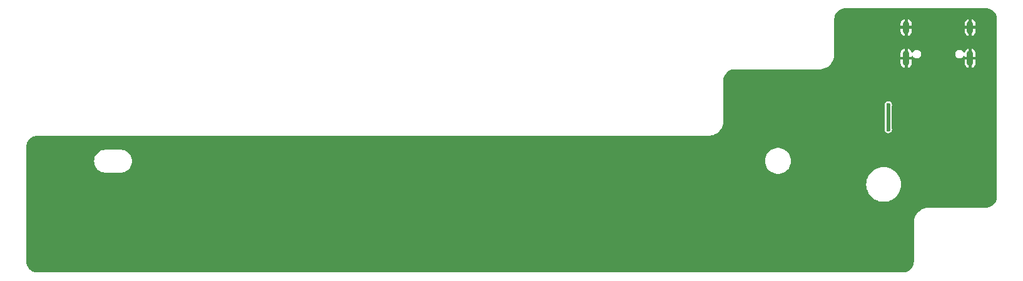
<source format=gbr>
%TF.GenerationSoftware,KiCad,Pcbnew,8.0.2*%
%TF.CreationDate,2024-11-08T17:25:48-08:00*%
%TF.ProjectId,gh80-5000-daughterboard,67683830-2d35-4303-9030-2d6461756768,rev?*%
%TF.SameCoordinates,Original*%
%TF.FileFunction,Copper,L2,Bot*%
%TF.FilePolarity,Positive*%
%FSLAX46Y46*%
G04 Gerber Fmt 4.6, Leading zero omitted, Abs format (unit mm)*
G04 Created by KiCad (PCBNEW 8.0.2) date 2024-11-08 17:25:48*
%MOMM*%
%LPD*%
G01*
G04 APERTURE LIST*
%TA.AperFunction,ComponentPad*%
%ADD10O,0.900000X2.100000*%
%TD*%
%TA.AperFunction,ComponentPad*%
%ADD11O,0.900000X1.800000*%
%TD*%
%TA.AperFunction,ViaPad*%
%ADD12C,0.600000*%
%TD*%
%TA.AperFunction,Conductor*%
%ADD13C,0.500000*%
%TD*%
G04 APERTURE END LIST*
D10*
%TO.P,J3,S1,SHIELD*%
%TO.N,GND*%
X195069900Y-51682600D03*
D11*
X195069900Y-47502800D03*
D10*
X186430100Y-51682600D03*
D11*
X186430100Y-47502800D03*
%TD*%
D12*
%TO.N,GND*%
X195050000Y-53250000D03*
X167200000Y-71600000D03*
X183137549Y-61356217D03*
X184815617Y-59659400D03*
X188900000Y-55000000D03*
X161500000Y-67300000D03*
X191300000Y-55000000D03*
X189200000Y-59000000D03*
X191100000Y-59000000D03*
X185300000Y-51700000D03*
X184824992Y-61374966D03*
X183193797Y-59640650D03*
X161500000Y-73000000D03*
%TO.N,+5V*%
X184000000Y-58000000D03*
X184000000Y-61300000D03*
%TD*%
D13*
%TO.N,+5V*%
X184000000Y-61300000D02*
X184000000Y-58000000D01*
%TD*%
%TA.AperFunction,Conductor*%
%TO.N,GND*%
G36*
X197133985Y-44900539D02*
G01*
X197196331Y-44900538D01*
X197203416Y-44900791D01*
X197406964Y-44915398D01*
X197420985Y-44917421D01*
X197616889Y-44960189D01*
X197630480Y-44964194D01*
X197812315Y-45032272D01*
X197818266Y-45034500D01*
X197831150Y-45040407D01*
X198006968Y-45136811D01*
X198018862Y-45144487D01*
X198179121Y-45265019D01*
X198189806Y-45274324D01*
X198331204Y-45416501D01*
X198340452Y-45427240D01*
X198460091Y-45588148D01*
X198467710Y-45600094D01*
X198563143Y-45776439D01*
X198568980Y-45789356D01*
X198638252Y-45977525D01*
X198642184Y-45991144D01*
X198683871Y-46187271D01*
X198685818Y-46201312D01*
X198699276Y-46404513D01*
X198699490Y-46411601D01*
X198699126Y-46477459D01*
X198699500Y-46483402D01*
X198699500Y-70396460D01*
X198699248Y-70403523D01*
X198684742Y-70606339D01*
X198682732Y-70620320D01*
X198640263Y-70815546D01*
X198636283Y-70829099D01*
X198566465Y-71016286D01*
X198560597Y-71029135D01*
X198464848Y-71204484D01*
X198457211Y-71216367D01*
X198337483Y-71376303D01*
X198328233Y-71386978D01*
X198186961Y-71528247D01*
X198176286Y-71537497D01*
X198016348Y-71657223D01*
X198004465Y-71664860D01*
X197829109Y-71760609D01*
X197816260Y-71766476D01*
X197629078Y-71836289D01*
X197615525Y-71840269D01*
X197420298Y-71882735D01*
X197406316Y-71884745D01*
X197203064Y-71899278D01*
X197196003Y-71899530D01*
X197128023Y-71899530D01*
X197128007Y-71899531D01*
X197127612Y-71899531D01*
X197127505Y-71899538D01*
X189485955Y-71899538D01*
X189476070Y-71899509D01*
X189344698Y-71899128D01*
X189084100Y-71932698D01*
X188830148Y-72000057D01*
X188830142Y-72000059D01*
X188587172Y-72100053D01*
X188359358Y-72230967D01*
X188150627Y-72390547D01*
X188150626Y-72390548D01*
X187964559Y-72576051D01*
X187804345Y-72784300D01*
X187804341Y-72784306D01*
X187672747Y-73011702D01*
X187672739Y-73011717D01*
X187572010Y-73254378D01*
X187572008Y-73254385D01*
X187503879Y-73508132D01*
X187503878Y-73508139D01*
X187469516Y-73768632D01*
X187469508Y-73827979D01*
X187469500Y-73828123D01*
X187469500Y-79156460D01*
X187469248Y-79163523D01*
X187454742Y-79366339D01*
X187452732Y-79380320D01*
X187410263Y-79575546D01*
X187406283Y-79589099D01*
X187336465Y-79776286D01*
X187330597Y-79789135D01*
X187234848Y-79964484D01*
X187227211Y-79976367D01*
X187107483Y-80136303D01*
X187098233Y-80146978D01*
X186956961Y-80288247D01*
X186946286Y-80297497D01*
X186786348Y-80417223D01*
X186774465Y-80424860D01*
X186599109Y-80520609D01*
X186586260Y-80526476D01*
X186399078Y-80596289D01*
X186385525Y-80600269D01*
X186190298Y-80642735D01*
X186176316Y-80644745D01*
X185973064Y-80659278D01*
X185966003Y-80659530D01*
X185898023Y-80659530D01*
X185898007Y-80659531D01*
X185897612Y-80659531D01*
X185897505Y-80659538D01*
X68853518Y-80659538D01*
X68846454Y-80659286D01*
X68643632Y-80644776D01*
X68629651Y-80642765D01*
X68465285Y-80607008D01*
X68434438Y-80600297D01*
X68420890Y-80596320D01*
X68327289Y-80561408D01*
X68233692Y-80526497D01*
X68220844Y-80520629D01*
X68045498Y-80424881D01*
X68033616Y-80417245D01*
X68004129Y-80395171D01*
X67873671Y-80297511D01*
X67863018Y-80288281D01*
X67721726Y-80146990D01*
X67712484Y-80136323D01*
X67592759Y-79976391D01*
X67585122Y-79964508D01*
X67489371Y-79789157D01*
X67483503Y-79776309D01*
X67413678Y-79589108D01*
X67409704Y-79575572D01*
X67367234Y-79380351D01*
X67365224Y-79366372D01*
X67350752Y-79164080D01*
X67350500Y-79157016D01*
X67350500Y-68750037D01*
X181024457Y-68750037D01*
X181024457Y-68750038D01*
X181044608Y-69057495D01*
X181104721Y-69359703D01*
X181203764Y-69651471D01*
X181340040Y-69927811D01*
X181340044Y-69927817D01*
X181511214Y-70183991D01*
X181511217Y-70183995D01*
X181511222Y-70184002D01*
X181714380Y-70415658D01*
X181946036Y-70618816D01*
X181946043Y-70618821D01*
X181946046Y-70618823D01*
X182202220Y-70789993D01*
X182202226Y-70789997D01*
X182478566Y-70926273D01*
X182478568Y-70926273D01*
X182478573Y-70926276D01*
X182660576Y-70988057D01*
X182770334Y-71025316D01*
X182770336Y-71025316D01*
X182770341Y-71025318D01*
X183072540Y-71085429D01*
X183380000Y-71105581D01*
X183687460Y-71085429D01*
X183989659Y-71025318D01*
X184281427Y-70926276D01*
X184557772Y-70789998D01*
X184813964Y-70618816D01*
X185045620Y-70415658D01*
X185248778Y-70184002D01*
X185419960Y-69927810D01*
X185556238Y-69651465D01*
X185655280Y-69359697D01*
X185715391Y-69057498D01*
X185735543Y-68750038D01*
X185715391Y-68442578D01*
X185655280Y-68140379D01*
X185556238Y-67848611D01*
X185419960Y-67572267D01*
X185248778Y-67316074D01*
X185045620Y-67084418D01*
X184813964Y-66881260D01*
X184813957Y-66881255D01*
X184813953Y-66881252D01*
X184557779Y-66710082D01*
X184557773Y-66710078D01*
X184281433Y-66573802D01*
X183989665Y-66474759D01*
X183687457Y-66414646D01*
X183380000Y-66394495D01*
X183072542Y-66414646D01*
X182770334Y-66474759D01*
X182478566Y-66573802D01*
X182202229Y-66710077D01*
X181946036Y-66881259D01*
X181946035Y-66881261D01*
X181714382Y-67084416D01*
X181714378Y-67084420D01*
X181656414Y-67150515D01*
X181550371Y-67271434D01*
X181511223Y-67316073D01*
X181511221Y-67316074D01*
X181340039Y-67572267D01*
X181203764Y-67848604D01*
X181104721Y-68140372D01*
X181044608Y-68442580D01*
X181024457Y-68750037D01*
X67350500Y-68750037D01*
X67350500Y-65590704D01*
X76545142Y-65590704D01*
X76561249Y-65823419D01*
X76611991Y-66051113D01*
X76696219Y-66268632D01*
X76696224Y-66268642D01*
X76779743Y-66414646D01*
X76812053Y-66471127D01*
X76812057Y-66471134D01*
X76956866Y-66654000D01*
X76956869Y-66654003D01*
X77127411Y-66813154D01*
X77127414Y-66813156D01*
X77319850Y-66945004D01*
X77319853Y-66945005D01*
X77319854Y-66945006D01*
X77529838Y-67046577D01*
X77529847Y-67046581D01*
X77594588Y-67066633D01*
X77752673Y-67115597D01*
X77956644Y-67146465D01*
X77983311Y-67150501D01*
X77983317Y-67150502D01*
X77987061Y-67150503D01*
X78027254Y-67150515D01*
X78027595Y-67150538D01*
X78099954Y-67150538D01*
X78165846Y-67150540D01*
X78165849Y-67150538D01*
X78172728Y-67150539D01*
X78172757Y-67150538D01*
X80191817Y-67150538D01*
X80192932Y-67150464D01*
X80236147Y-67150466D01*
X80465939Y-67115836D01*
X80688003Y-67047345D01*
X80897378Y-66946520D01*
X81089388Y-66815616D01*
X81259742Y-66657555D01*
X81404634Y-66475870D01*
X81520830Y-66274619D01*
X81605732Y-66058297D01*
X81657443Y-65831737D01*
X81674810Y-65600000D01*
X81671815Y-65560035D01*
X167324592Y-65560035D01*
X167324592Y-65560040D01*
X167344197Y-65821663D01*
X167344198Y-65821669D01*
X167402580Y-66077457D01*
X167498429Y-66321674D01*
X167498438Y-66321693D01*
X167629610Y-66548889D01*
X167629620Y-66548903D01*
X167793185Y-66754008D01*
X167793196Y-66754020D01*
X167985514Y-66932465D01*
X167985516Y-66932466D01*
X167985521Y-66932471D01*
X168202296Y-67080266D01*
X168275662Y-67115597D01*
X168438674Y-67194100D01*
X168438676Y-67194100D01*
X168438677Y-67194101D01*
X168689385Y-67271434D01*
X168948818Y-67310538D01*
X168948823Y-67310538D01*
X169211177Y-67310538D01*
X169211182Y-67310538D01*
X169470615Y-67271434D01*
X169721323Y-67194101D01*
X169957704Y-67080266D01*
X170174479Y-66932471D01*
X170366805Y-66754019D01*
X170530386Y-66548895D01*
X170661568Y-66321681D01*
X170753858Y-66086530D01*
X170757419Y-66077457D01*
X170795153Y-65912135D01*
X170815802Y-65821668D01*
X170832413Y-65600000D01*
X170835408Y-65560040D01*
X170835408Y-65560035D01*
X170815802Y-65298412D01*
X170815802Y-65298408D01*
X170757420Y-65042622D01*
X170757419Y-65042621D01*
X170757419Y-65042618D01*
X170673709Y-64829330D01*
X170661568Y-64798395D01*
X170661563Y-64798386D01*
X170661561Y-64798382D01*
X170530389Y-64571186D01*
X170530388Y-64571185D01*
X170530386Y-64571181D01*
X170499469Y-64532412D01*
X170366814Y-64366067D01*
X170366803Y-64366055D01*
X170174485Y-64187610D01*
X170174482Y-64187608D01*
X170174479Y-64187605D01*
X169957704Y-64039810D01*
X169957696Y-64039806D01*
X169721325Y-63925975D01*
X169470619Y-63848643D01*
X169470616Y-63848642D01*
X169470615Y-63848642D01*
X169470610Y-63848641D01*
X169470609Y-63848641D01*
X169211185Y-63809538D01*
X169211182Y-63809538D01*
X168948818Y-63809538D01*
X168948814Y-63809538D01*
X168689390Y-63848641D01*
X168689380Y-63848643D01*
X168438674Y-63925975D01*
X168202303Y-64039806D01*
X168202299Y-64039808D01*
X168202296Y-64039810D01*
X167985521Y-64187605D01*
X167985514Y-64187610D01*
X167793196Y-64366055D01*
X167793185Y-64366067D01*
X167629620Y-64571172D01*
X167629610Y-64571186D01*
X167498438Y-64798382D01*
X167498429Y-64798401D01*
X167402580Y-65042618D01*
X167344198Y-65298406D01*
X167344197Y-65298412D01*
X167324592Y-65560035D01*
X81671815Y-65560035D01*
X81657443Y-65368263D01*
X81605732Y-65141703D01*
X81520830Y-64925381D01*
X81404634Y-64724130D01*
X81259742Y-64542445D01*
X81089388Y-64384384D01*
X80897378Y-64253480D01*
X80688003Y-64152655D01*
X80688001Y-64152654D01*
X80619035Y-64131383D01*
X80465939Y-64084164D01*
X80465933Y-64084163D01*
X80236147Y-64049534D01*
X80119954Y-64049538D01*
X78116117Y-64049538D01*
X78114964Y-64049531D01*
X78001857Y-64048213D01*
X77770812Y-64080359D01*
X77770810Y-64080359D01*
X77547171Y-64146710D01*
X77547166Y-64146712D01*
X77335984Y-64245765D01*
X77335975Y-64245770D01*
X77141986Y-64375304D01*
X77141977Y-64375311D01*
X76969545Y-64532412D01*
X76822560Y-64713536D01*
X76822553Y-64713546D01*
X76704314Y-64914629D01*
X76617488Y-65131138D01*
X76564029Y-65358205D01*
X76545142Y-65590704D01*
X67350500Y-65590704D01*
X67350500Y-63663543D01*
X67350753Y-63656468D01*
X67365310Y-63453290D01*
X67367328Y-63439284D01*
X67409948Y-63243729D01*
X67413935Y-63230174D01*
X67484006Y-63042669D01*
X67489882Y-63029829D01*
X67585972Y-62854227D01*
X67593618Y-62842357D01*
X67713759Y-62682252D01*
X67723024Y-62671587D01*
X67864758Y-62530251D01*
X67875453Y-62521012D01*
X68035889Y-62401327D01*
X68047801Y-62393703D01*
X68223644Y-62298124D01*
X68236520Y-62292274D01*
X68424211Y-62222733D01*
X68437787Y-62218781D01*
X68633473Y-62176710D01*
X68647459Y-62174735D01*
X68850275Y-62160777D01*
X68857308Y-62160544D01*
X68920109Y-62160722D01*
X68920113Y-62160720D01*
X68924819Y-62160734D01*
X68927890Y-62160538D01*
X159772073Y-62160538D01*
X159772634Y-62160501D01*
X159831080Y-62160502D01*
X160091080Y-62126278D01*
X160344388Y-62058408D01*
X160586671Y-61958056D01*
X160813781Y-61826938D01*
X161002486Y-61682143D01*
X161021832Y-61667299D01*
X161207262Y-61481873D01*
X161207262Y-61481872D01*
X161207270Y-61481865D01*
X161366915Y-61273816D01*
X161498038Y-61046708D01*
X161598395Y-60804427D01*
X161666269Y-60551121D01*
X161700499Y-60291121D01*
X161700499Y-60245586D01*
X161700500Y-60245581D01*
X161700500Y-57999997D01*
X183494353Y-57999997D01*
X183494353Y-58000002D01*
X183514833Y-58142454D01*
X183528286Y-58171911D01*
X183540553Y-58198771D01*
X183549500Y-58239897D01*
X183549500Y-61060102D01*
X183540553Y-61101229D01*
X183514834Y-61157543D01*
X183494353Y-61299997D01*
X183494353Y-61300002D01*
X183514834Y-61442456D01*
X183547429Y-61513828D01*
X183574623Y-61573373D01*
X183656008Y-61667297D01*
X183668873Y-61682144D01*
X183674167Y-61685546D01*
X183789947Y-61759953D01*
X183896403Y-61791211D01*
X183928035Y-61800499D01*
X183928036Y-61800499D01*
X183928039Y-61800500D01*
X183928041Y-61800500D01*
X184071959Y-61800500D01*
X184071961Y-61800500D01*
X184210053Y-61759953D01*
X184331128Y-61682143D01*
X184425377Y-61573373D01*
X184485165Y-61442457D01*
X184505647Y-61300000D01*
X184501882Y-61273816D01*
X184485165Y-61157543D01*
X184459447Y-61101229D01*
X184450500Y-61060102D01*
X184450500Y-58239897D01*
X184459446Y-58198771D01*
X184485165Y-58142457D01*
X184485165Y-58142455D01*
X184485166Y-58142454D01*
X184505647Y-58000002D01*
X184505647Y-57999997D01*
X184485165Y-57857543D01*
X184425377Y-57726628D01*
X184425377Y-57726627D01*
X184331128Y-57617857D01*
X184331127Y-57617856D01*
X184331126Y-57617855D01*
X184210057Y-57540049D01*
X184210054Y-57540047D01*
X184210053Y-57540047D01*
X184210050Y-57540046D01*
X184071964Y-57499500D01*
X184071961Y-57499500D01*
X183928039Y-57499500D01*
X183928035Y-57499500D01*
X183789949Y-57540046D01*
X183789942Y-57540049D01*
X183668873Y-57617855D01*
X183574622Y-57726628D01*
X183514834Y-57857543D01*
X183494353Y-57999997D01*
X161700500Y-57999997D01*
X161700500Y-54663534D01*
X161700751Y-54656484D01*
X161715205Y-54454019D01*
X161717204Y-54440089D01*
X161759524Y-54245182D01*
X161763489Y-54231658D01*
X161771828Y-54209257D01*
X161833061Y-54044757D01*
X161838899Y-54031948D01*
X161934322Y-53856817D01*
X161941930Y-53844953D01*
X162061261Y-53685157D01*
X162070470Y-53674502D01*
X162211296Y-53533276D01*
X162221918Y-53524042D01*
X162381384Y-53404248D01*
X162393221Y-53396611D01*
X162568077Y-53300692D01*
X162580873Y-53294816D01*
X162767578Y-53224712D01*
X162781092Y-53220708D01*
X162975869Y-53177836D01*
X162989813Y-53175795D01*
X163191642Y-53160810D01*
X163198972Y-53160538D01*
X174772073Y-53160538D01*
X174772634Y-53160501D01*
X174831080Y-53160502D01*
X175091080Y-53126278D01*
X175344388Y-53058408D01*
X175586671Y-52958056D01*
X175813781Y-52826938D01*
X175925008Y-52741592D01*
X176021832Y-52667299D01*
X176207262Y-52481873D01*
X176207262Y-52481872D01*
X176207270Y-52481865D01*
X176366915Y-52273816D01*
X176498038Y-52046708D01*
X176598395Y-51804427D01*
X176666269Y-51551121D01*
X176700499Y-51291121D01*
X176700499Y-51245586D01*
X176700500Y-51245581D01*
X176700500Y-51008728D01*
X185680100Y-51008728D01*
X185680100Y-51482599D01*
X185680101Y-51482600D01*
X186130100Y-51482600D01*
X186130100Y-51882600D01*
X185680101Y-51882600D01*
X185680100Y-51882601D01*
X185680100Y-52356471D01*
X185708921Y-52501364D01*
X185708923Y-52501370D01*
X185765458Y-52637857D01*
X185847534Y-52760693D01*
X185952006Y-52865165D01*
X186074842Y-52947241D01*
X186211331Y-53003777D01*
X186230100Y-53007509D01*
X186230100Y-52456865D01*
X186245895Y-52472660D01*
X186314304Y-52512156D01*
X186390604Y-52532600D01*
X186469596Y-52532600D01*
X186545896Y-52512156D01*
X186614305Y-52472660D01*
X186630100Y-52456865D01*
X186630100Y-53007509D01*
X186648868Y-53003777D01*
X186785357Y-52947241D01*
X186908193Y-52865165D01*
X187012665Y-52760693D01*
X187094741Y-52637857D01*
X187151276Y-52501370D01*
X187151278Y-52501364D01*
X187180099Y-52356471D01*
X187180100Y-52356467D01*
X187180100Y-51882601D01*
X187180099Y-51882600D01*
X186730100Y-51882600D01*
X186730100Y-51482600D01*
X187180099Y-51482600D01*
X187180100Y-51482599D01*
X187180100Y-51465479D01*
X187199007Y-51407288D01*
X187248507Y-51371324D01*
X187309693Y-51371324D01*
X187359193Y-51407288D01*
X187364832Y-51415971D01*
X187399585Y-51476165D01*
X187506735Y-51583315D01*
X187506737Y-51583316D01*
X187506739Y-51583318D01*
X187637961Y-51659079D01*
X187637959Y-51659079D01*
X187637963Y-51659080D01*
X187637965Y-51659081D01*
X187784334Y-51698300D01*
X187784336Y-51698300D01*
X187935864Y-51698300D01*
X187935866Y-51698300D01*
X188082235Y-51659081D01*
X188082237Y-51659079D01*
X188082239Y-51659079D01*
X188213460Y-51583318D01*
X188213460Y-51583317D01*
X188213465Y-51583315D01*
X188320615Y-51476165D01*
X188355364Y-51415979D01*
X188396379Y-51344939D01*
X188396379Y-51344937D01*
X188396381Y-51344935D01*
X188435600Y-51198566D01*
X188435600Y-51047034D01*
X193064600Y-51047034D01*
X193064600Y-51198566D01*
X193089400Y-51291121D01*
X193103820Y-51344939D01*
X193179581Y-51476160D01*
X193179583Y-51476162D01*
X193179585Y-51476165D01*
X193286735Y-51583315D01*
X193286737Y-51583316D01*
X193286739Y-51583318D01*
X193417961Y-51659079D01*
X193417959Y-51659079D01*
X193417963Y-51659080D01*
X193417965Y-51659081D01*
X193564334Y-51698300D01*
X193564336Y-51698300D01*
X193715864Y-51698300D01*
X193715866Y-51698300D01*
X193862235Y-51659081D01*
X193862237Y-51659079D01*
X193862239Y-51659079D01*
X193993460Y-51583318D01*
X193993460Y-51583317D01*
X193993465Y-51583315D01*
X194100615Y-51476165D01*
X194135164Y-51416323D01*
X194180633Y-51375384D01*
X194241483Y-51368988D01*
X194294471Y-51399581D01*
X194319358Y-51455476D01*
X194319900Y-51465825D01*
X194319900Y-51482599D01*
X194319901Y-51482600D01*
X194769900Y-51482600D01*
X194769900Y-51882600D01*
X194319901Y-51882600D01*
X194319900Y-51882601D01*
X194319900Y-52356471D01*
X194348721Y-52501364D01*
X194348723Y-52501370D01*
X194405258Y-52637857D01*
X194487334Y-52760693D01*
X194591806Y-52865165D01*
X194714642Y-52947241D01*
X194851131Y-53003777D01*
X194869900Y-53007509D01*
X194869900Y-52456865D01*
X194885695Y-52472660D01*
X194954104Y-52512156D01*
X195030404Y-52532600D01*
X195109396Y-52532600D01*
X195185696Y-52512156D01*
X195254105Y-52472660D01*
X195269900Y-52456865D01*
X195269900Y-53007509D01*
X195288668Y-53003777D01*
X195425157Y-52947241D01*
X195547993Y-52865165D01*
X195652465Y-52760693D01*
X195734541Y-52637857D01*
X195791076Y-52501370D01*
X195791078Y-52501364D01*
X195819899Y-52356471D01*
X195819900Y-52356467D01*
X195819900Y-51882601D01*
X195819899Y-51882600D01*
X195369900Y-51882600D01*
X195369900Y-51482600D01*
X195819899Y-51482600D01*
X195819900Y-51482599D01*
X195819900Y-51008732D01*
X195819899Y-51008728D01*
X195791078Y-50863835D01*
X195791076Y-50863829D01*
X195734541Y-50727342D01*
X195652465Y-50604506D01*
X195547993Y-50500034D01*
X195425157Y-50417958D01*
X195288670Y-50361423D01*
X195288664Y-50361421D01*
X195269900Y-50357689D01*
X195269900Y-50908335D01*
X195254105Y-50892540D01*
X195185696Y-50853044D01*
X195109396Y-50832600D01*
X195030404Y-50832600D01*
X194954104Y-50853044D01*
X194885695Y-50892540D01*
X194869900Y-50908335D01*
X194869900Y-50357689D01*
X194851135Y-50361421D01*
X194851129Y-50361423D01*
X194714642Y-50417958D01*
X194591806Y-50500034D01*
X194487334Y-50604506D01*
X194405258Y-50727342D01*
X194348721Y-50863834D01*
X194348325Y-50865141D01*
X194347968Y-50865652D01*
X194346861Y-50868326D01*
X194346274Y-50868082D01*
X194313335Y-50915335D01*
X194255525Y-50935376D01*
X194196976Y-50917610D01*
X194167854Y-50885895D01*
X194100618Y-50769439D01*
X194100616Y-50769437D01*
X194100615Y-50769435D01*
X193993465Y-50662285D01*
X193993462Y-50662283D01*
X193993460Y-50662281D01*
X193862238Y-50586520D01*
X193862240Y-50586520D01*
X193805447Y-50571303D01*
X193715866Y-50547300D01*
X193564334Y-50547300D01*
X193474752Y-50571303D01*
X193417960Y-50586520D01*
X193286739Y-50662281D01*
X193179581Y-50769439D01*
X193103820Y-50900660D01*
X193096746Y-50927063D01*
X193064600Y-51047034D01*
X188435600Y-51047034D01*
X188396381Y-50900665D01*
X188396379Y-50900662D01*
X188396379Y-50900660D01*
X188320618Y-50769439D01*
X188320616Y-50769437D01*
X188320615Y-50769435D01*
X188213465Y-50662285D01*
X188213462Y-50662283D01*
X188213460Y-50662281D01*
X188082238Y-50586520D01*
X188082240Y-50586520D01*
X188025447Y-50571303D01*
X187935866Y-50547300D01*
X187784334Y-50547300D01*
X187694752Y-50571303D01*
X187637960Y-50586520D01*
X187506739Y-50662281D01*
X187399583Y-50769437D01*
X187332214Y-50886123D01*
X187286744Y-50927063D01*
X187225894Y-50933458D01*
X187172906Y-50902865D01*
X187153363Y-50868233D01*
X187153139Y-50868326D01*
X187152374Y-50866480D01*
X187151740Y-50865356D01*
X187151278Y-50863834D01*
X187094741Y-50727342D01*
X187012665Y-50604506D01*
X186908193Y-50500034D01*
X186785357Y-50417958D01*
X186648870Y-50361423D01*
X186648864Y-50361421D01*
X186630100Y-50357689D01*
X186630100Y-50908335D01*
X186614305Y-50892540D01*
X186545896Y-50853044D01*
X186469596Y-50832600D01*
X186390604Y-50832600D01*
X186314304Y-50853044D01*
X186245895Y-50892540D01*
X186230100Y-50908335D01*
X186230100Y-50357689D01*
X186211335Y-50361421D01*
X186211329Y-50361423D01*
X186074842Y-50417958D01*
X185952006Y-50500034D01*
X185847534Y-50604506D01*
X185765458Y-50727342D01*
X185708923Y-50863829D01*
X185708921Y-50863835D01*
X185680100Y-51008728D01*
X176700500Y-51008728D01*
X176700500Y-46978928D01*
X185680100Y-46978928D01*
X185680100Y-47302799D01*
X185680101Y-47302800D01*
X186130100Y-47302800D01*
X186130100Y-47702800D01*
X185680101Y-47702800D01*
X185680100Y-47702801D01*
X185680100Y-48026671D01*
X185708921Y-48171564D01*
X185708923Y-48171570D01*
X185765458Y-48308057D01*
X185847534Y-48430893D01*
X185952006Y-48535365D01*
X186074842Y-48617441D01*
X186211331Y-48673977D01*
X186230100Y-48677709D01*
X186230100Y-48127065D01*
X186245895Y-48142860D01*
X186314304Y-48182356D01*
X186390604Y-48202800D01*
X186469596Y-48202800D01*
X186545896Y-48182356D01*
X186614305Y-48142860D01*
X186630100Y-48127065D01*
X186630100Y-48677709D01*
X186648868Y-48673977D01*
X186785357Y-48617441D01*
X186908193Y-48535365D01*
X187012665Y-48430893D01*
X187094741Y-48308057D01*
X187151276Y-48171570D01*
X187151278Y-48171564D01*
X187180099Y-48026671D01*
X187180100Y-48026667D01*
X187180100Y-47702801D01*
X187180099Y-47702800D01*
X186730100Y-47702800D01*
X186730100Y-47302800D01*
X187180099Y-47302800D01*
X187180100Y-47302799D01*
X187180100Y-46978932D01*
X187180099Y-46978928D01*
X194319900Y-46978928D01*
X194319900Y-47302799D01*
X194319901Y-47302800D01*
X194769900Y-47302800D01*
X194769900Y-47702800D01*
X194319901Y-47702800D01*
X194319900Y-47702801D01*
X194319900Y-48026671D01*
X194348721Y-48171564D01*
X194348723Y-48171570D01*
X194405258Y-48308057D01*
X194487334Y-48430893D01*
X194591806Y-48535365D01*
X194714642Y-48617441D01*
X194851131Y-48673977D01*
X194869900Y-48677709D01*
X194869900Y-48127065D01*
X194885695Y-48142860D01*
X194954104Y-48182356D01*
X195030404Y-48202800D01*
X195109396Y-48202800D01*
X195185696Y-48182356D01*
X195254105Y-48142860D01*
X195269900Y-48127065D01*
X195269900Y-48677709D01*
X195288668Y-48673977D01*
X195425157Y-48617441D01*
X195547993Y-48535365D01*
X195652465Y-48430893D01*
X195734541Y-48308057D01*
X195791076Y-48171570D01*
X195791078Y-48171564D01*
X195819899Y-48026671D01*
X195819900Y-48026667D01*
X195819900Y-47702801D01*
X195819899Y-47702800D01*
X195369900Y-47702800D01*
X195369900Y-47302800D01*
X195819899Y-47302800D01*
X195819900Y-47302799D01*
X195819900Y-46978932D01*
X195819899Y-46978928D01*
X195791078Y-46834035D01*
X195791076Y-46834029D01*
X195734541Y-46697542D01*
X195652465Y-46574706D01*
X195547993Y-46470234D01*
X195425157Y-46388158D01*
X195288670Y-46331623D01*
X195288664Y-46331621D01*
X195269900Y-46327889D01*
X195269900Y-46878535D01*
X195254105Y-46862740D01*
X195185696Y-46823244D01*
X195109396Y-46802800D01*
X195030404Y-46802800D01*
X194954104Y-46823244D01*
X194885695Y-46862740D01*
X194869900Y-46878535D01*
X194869900Y-46327889D01*
X194851135Y-46331621D01*
X194851129Y-46331623D01*
X194714642Y-46388158D01*
X194591806Y-46470234D01*
X194487334Y-46574706D01*
X194405258Y-46697542D01*
X194348723Y-46834029D01*
X194348721Y-46834035D01*
X194319900Y-46978928D01*
X187180099Y-46978928D01*
X187151278Y-46834035D01*
X187151276Y-46834029D01*
X187094741Y-46697542D01*
X187012665Y-46574706D01*
X186908193Y-46470234D01*
X186785357Y-46388158D01*
X186648870Y-46331623D01*
X186648864Y-46331621D01*
X186630100Y-46327889D01*
X186630100Y-46878535D01*
X186614305Y-46862740D01*
X186545896Y-46823244D01*
X186469596Y-46802800D01*
X186390604Y-46802800D01*
X186314304Y-46823244D01*
X186245895Y-46862740D01*
X186230100Y-46878535D01*
X186230100Y-46327889D01*
X186211335Y-46331621D01*
X186211329Y-46331623D01*
X186074842Y-46388158D01*
X185952006Y-46470234D01*
X185847534Y-46574706D01*
X185765458Y-46697542D01*
X185708923Y-46834029D01*
X185708921Y-46834035D01*
X185680100Y-46978928D01*
X176700500Y-46978928D01*
X176700500Y-46403543D01*
X176700753Y-46396468D01*
X176705399Y-46331621D01*
X176715310Y-46193284D01*
X176717328Y-46179284D01*
X176759948Y-45983729D01*
X176763935Y-45970174D01*
X176834006Y-45782669D01*
X176839882Y-45769829D01*
X176935972Y-45594227D01*
X176943618Y-45582357D01*
X177063759Y-45422252D01*
X177073024Y-45411587D01*
X177214758Y-45270251D01*
X177225453Y-45261012D01*
X177385889Y-45141327D01*
X177397801Y-45133703D01*
X177573644Y-45038124D01*
X177586520Y-45032274D01*
X177774211Y-44962733D01*
X177787787Y-44958781D01*
X177983473Y-44916710D01*
X177997459Y-44914735D01*
X178200275Y-44900777D01*
X178207308Y-44900544D01*
X178270109Y-44900722D01*
X178270113Y-44900720D01*
X178274819Y-44900734D01*
X178277890Y-44900538D01*
X197133981Y-44900538D01*
X197133985Y-44900539D01*
G37*
%TD.AperFunction*%
%TD*%
M02*

</source>
